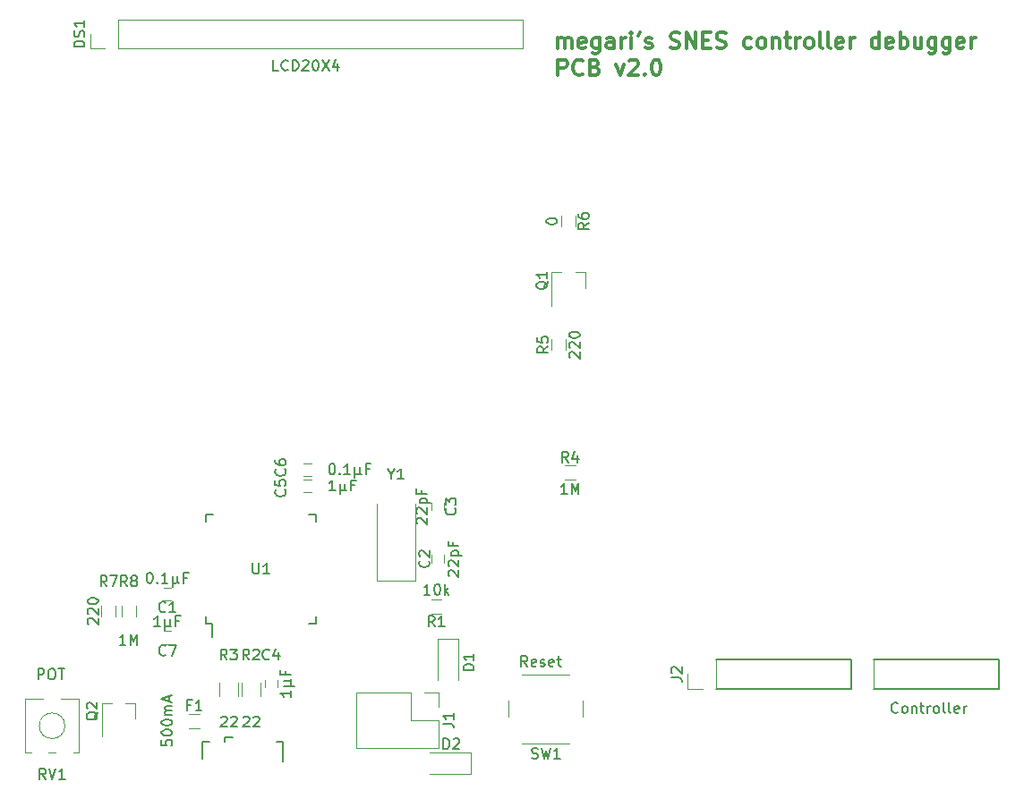
<source format=gbr>
G04 #@! TF.FileFunction,Legend,Top*
%FSLAX46Y46*%
G04 Gerber Fmt 4.6, Leading zero omitted, Abs format (unit mm)*
G04 Created by KiCad (PCBNEW 4.0.7-e2-6376~58~ubuntu16.04.1) date Wed Jan 10 16:59:47 2018*
%MOMM*%
%LPD*%
G01*
G04 APERTURE LIST*
%ADD10C,0.100000*%
%ADD11C,0.300000*%
%ADD12C,0.150000*%
%ADD13C,0.120000*%
%ADD14C,0.127000*%
G04 APERTURE END LIST*
D10*
D11*
X132857143Y-90903571D02*
X132857143Y-89903571D01*
X132857143Y-90046429D02*
X132928571Y-89975000D01*
X133071429Y-89903571D01*
X133285714Y-89903571D01*
X133428571Y-89975000D01*
X133500000Y-90117857D01*
X133500000Y-90903571D01*
X133500000Y-90117857D02*
X133571429Y-89975000D01*
X133714286Y-89903571D01*
X133928571Y-89903571D01*
X134071429Y-89975000D01*
X134142857Y-90117857D01*
X134142857Y-90903571D01*
X135428571Y-90832143D02*
X135285714Y-90903571D01*
X135000000Y-90903571D01*
X134857143Y-90832143D01*
X134785714Y-90689286D01*
X134785714Y-90117857D01*
X134857143Y-89975000D01*
X135000000Y-89903571D01*
X135285714Y-89903571D01*
X135428571Y-89975000D01*
X135500000Y-90117857D01*
X135500000Y-90260714D01*
X134785714Y-90403571D01*
X136785714Y-89903571D02*
X136785714Y-91117857D01*
X136714285Y-91260714D01*
X136642857Y-91332143D01*
X136500000Y-91403571D01*
X136285714Y-91403571D01*
X136142857Y-91332143D01*
X136785714Y-90832143D02*
X136642857Y-90903571D01*
X136357143Y-90903571D01*
X136214285Y-90832143D01*
X136142857Y-90760714D01*
X136071428Y-90617857D01*
X136071428Y-90189286D01*
X136142857Y-90046429D01*
X136214285Y-89975000D01*
X136357143Y-89903571D01*
X136642857Y-89903571D01*
X136785714Y-89975000D01*
X138142857Y-90903571D02*
X138142857Y-90117857D01*
X138071428Y-89975000D01*
X137928571Y-89903571D01*
X137642857Y-89903571D01*
X137500000Y-89975000D01*
X138142857Y-90832143D02*
X138000000Y-90903571D01*
X137642857Y-90903571D01*
X137500000Y-90832143D01*
X137428571Y-90689286D01*
X137428571Y-90546429D01*
X137500000Y-90403571D01*
X137642857Y-90332143D01*
X138000000Y-90332143D01*
X138142857Y-90260714D01*
X138857143Y-90903571D02*
X138857143Y-89903571D01*
X138857143Y-90189286D02*
X138928571Y-90046429D01*
X139000000Y-89975000D01*
X139142857Y-89903571D01*
X139285714Y-89903571D01*
X139785714Y-90903571D02*
X139785714Y-89903571D01*
X139785714Y-89403571D02*
X139714285Y-89475000D01*
X139785714Y-89546429D01*
X139857142Y-89475000D01*
X139785714Y-89403571D01*
X139785714Y-89546429D01*
X140571428Y-89403571D02*
X140428571Y-89689286D01*
X141142857Y-90832143D02*
X141285714Y-90903571D01*
X141571429Y-90903571D01*
X141714286Y-90832143D01*
X141785714Y-90689286D01*
X141785714Y-90617857D01*
X141714286Y-90475000D01*
X141571429Y-90403571D01*
X141357143Y-90403571D01*
X141214286Y-90332143D01*
X141142857Y-90189286D01*
X141142857Y-90117857D01*
X141214286Y-89975000D01*
X141357143Y-89903571D01*
X141571429Y-89903571D01*
X141714286Y-89975000D01*
X143500000Y-90832143D02*
X143714286Y-90903571D01*
X144071429Y-90903571D01*
X144214286Y-90832143D01*
X144285715Y-90760714D01*
X144357143Y-90617857D01*
X144357143Y-90475000D01*
X144285715Y-90332143D01*
X144214286Y-90260714D01*
X144071429Y-90189286D01*
X143785715Y-90117857D01*
X143642857Y-90046429D01*
X143571429Y-89975000D01*
X143500000Y-89832143D01*
X143500000Y-89689286D01*
X143571429Y-89546429D01*
X143642857Y-89475000D01*
X143785715Y-89403571D01*
X144142857Y-89403571D01*
X144357143Y-89475000D01*
X145000000Y-90903571D02*
X145000000Y-89403571D01*
X145857143Y-90903571D01*
X145857143Y-89403571D01*
X146571429Y-90117857D02*
X147071429Y-90117857D01*
X147285715Y-90903571D02*
X146571429Y-90903571D01*
X146571429Y-89403571D01*
X147285715Y-89403571D01*
X147857143Y-90832143D02*
X148071429Y-90903571D01*
X148428572Y-90903571D01*
X148571429Y-90832143D01*
X148642858Y-90760714D01*
X148714286Y-90617857D01*
X148714286Y-90475000D01*
X148642858Y-90332143D01*
X148571429Y-90260714D01*
X148428572Y-90189286D01*
X148142858Y-90117857D01*
X148000000Y-90046429D01*
X147928572Y-89975000D01*
X147857143Y-89832143D01*
X147857143Y-89689286D01*
X147928572Y-89546429D01*
X148000000Y-89475000D01*
X148142858Y-89403571D01*
X148500000Y-89403571D01*
X148714286Y-89475000D01*
X151142857Y-90832143D02*
X151000000Y-90903571D01*
X150714286Y-90903571D01*
X150571428Y-90832143D01*
X150500000Y-90760714D01*
X150428571Y-90617857D01*
X150428571Y-90189286D01*
X150500000Y-90046429D01*
X150571428Y-89975000D01*
X150714286Y-89903571D01*
X151000000Y-89903571D01*
X151142857Y-89975000D01*
X152000000Y-90903571D02*
X151857142Y-90832143D01*
X151785714Y-90760714D01*
X151714285Y-90617857D01*
X151714285Y-90189286D01*
X151785714Y-90046429D01*
X151857142Y-89975000D01*
X152000000Y-89903571D01*
X152214285Y-89903571D01*
X152357142Y-89975000D01*
X152428571Y-90046429D01*
X152500000Y-90189286D01*
X152500000Y-90617857D01*
X152428571Y-90760714D01*
X152357142Y-90832143D01*
X152214285Y-90903571D01*
X152000000Y-90903571D01*
X153142857Y-89903571D02*
X153142857Y-90903571D01*
X153142857Y-90046429D02*
X153214285Y-89975000D01*
X153357143Y-89903571D01*
X153571428Y-89903571D01*
X153714285Y-89975000D01*
X153785714Y-90117857D01*
X153785714Y-90903571D01*
X154285714Y-89903571D02*
X154857143Y-89903571D01*
X154500000Y-89403571D02*
X154500000Y-90689286D01*
X154571428Y-90832143D01*
X154714286Y-90903571D01*
X154857143Y-90903571D01*
X155357143Y-90903571D02*
X155357143Y-89903571D01*
X155357143Y-90189286D02*
X155428571Y-90046429D01*
X155500000Y-89975000D01*
X155642857Y-89903571D01*
X155785714Y-89903571D01*
X156500000Y-90903571D02*
X156357142Y-90832143D01*
X156285714Y-90760714D01*
X156214285Y-90617857D01*
X156214285Y-90189286D01*
X156285714Y-90046429D01*
X156357142Y-89975000D01*
X156500000Y-89903571D01*
X156714285Y-89903571D01*
X156857142Y-89975000D01*
X156928571Y-90046429D01*
X157000000Y-90189286D01*
X157000000Y-90617857D01*
X156928571Y-90760714D01*
X156857142Y-90832143D01*
X156714285Y-90903571D01*
X156500000Y-90903571D01*
X157857143Y-90903571D02*
X157714285Y-90832143D01*
X157642857Y-90689286D01*
X157642857Y-89403571D01*
X158642857Y-90903571D02*
X158499999Y-90832143D01*
X158428571Y-90689286D01*
X158428571Y-89403571D01*
X159785713Y-90832143D02*
X159642856Y-90903571D01*
X159357142Y-90903571D01*
X159214285Y-90832143D01*
X159142856Y-90689286D01*
X159142856Y-90117857D01*
X159214285Y-89975000D01*
X159357142Y-89903571D01*
X159642856Y-89903571D01*
X159785713Y-89975000D01*
X159857142Y-90117857D01*
X159857142Y-90260714D01*
X159142856Y-90403571D01*
X160499999Y-90903571D02*
X160499999Y-89903571D01*
X160499999Y-90189286D02*
X160571427Y-90046429D01*
X160642856Y-89975000D01*
X160785713Y-89903571D01*
X160928570Y-89903571D01*
X163214284Y-90903571D02*
X163214284Y-89403571D01*
X163214284Y-90832143D02*
X163071427Y-90903571D01*
X162785713Y-90903571D01*
X162642855Y-90832143D01*
X162571427Y-90760714D01*
X162499998Y-90617857D01*
X162499998Y-90189286D01*
X162571427Y-90046429D01*
X162642855Y-89975000D01*
X162785713Y-89903571D01*
X163071427Y-89903571D01*
X163214284Y-89975000D01*
X164499998Y-90832143D02*
X164357141Y-90903571D01*
X164071427Y-90903571D01*
X163928570Y-90832143D01*
X163857141Y-90689286D01*
X163857141Y-90117857D01*
X163928570Y-89975000D01*
X164071427Y-89903571D01*
X164357141Y-89903571D01*
X164499998Y-89975000D01*
X164571427Y-90117857D01*
X164571427Y-90260714D01*
X163857141Y-90403571D01*
X165214284Y-90903571D02*
X165214284Y-89403571D01*
X165214284Y-89975000D02*
X165357141Y-89903571D01*
X165642855Y-89903571D01*
X165785712Y-89975000D01*
X165857141Y-90046429D01*
X165928570Y-90189286D01*
X165928570Y-90617857D01*
X165857141Y-90760714D01*
X165785712Y-90832143D01*
X165642855Y-90903571D01*
X165357141Y-90903571D01*
X165214284Y-90832143D01*
X167214284Y-89903571D02*
X167214284Y-90903571D01*
X166571427Y-89903571D02*
X166571427Y-90689286D01*
X166642855Y-90832143D01*
X166785713Y-90903571D01*
X166999998Y-90903571D01*
X167142855Y-90832143D01*
X167214284Y-90760714D01*
X168571427Y-89903571D02*
X168571427Y-91117857D01*
X168499998Y-91260714D01*
X168428570Y-91332143D01*
X168285713Y-91403571D01*
X168071427Y-91403571D01*
X167928570Y-91332143D01*
X168571427Y-90832143D02*
X168428570Y-90903571D01*
X168142856Y-90903571D01*
X167999998Y-90832143D01*
X167928570Y-90760714D01*
X167857141Y-90617857D01*
X167857141Y-90189286D01*
X167928570Y-90046429D01*
X167999998Y-89975000D01*
X168142856Y-89903571D01*
X168428570Y-89903571D01*
X168571427Y-89975000D01*
X169928570Y-89903571D02*
X169928570Y-91117857D01*
X169857141Y-91260714D01*
X169785713Y-91332143D01*
X169642856Y-91403571D01*
X169428570Y-91403571D01*
X169285713Y-91332143D01*
X169928570Y-90832143D02*
X169785713Y-90903571D01*
X169499999Y-90903571D01*
X169357141Y-90832143D01*
X169285713Y-90760714D01*
X169214284Y-90617857D01*
X169214284Y-90189286D01*
X169285713Y-90046429D01*
X169357141Y-89975000D01*
X169499999Y-89903571D01*
X169785713Y-89903571D01*
X169928570Y-89975000D01*
X171214284Y-90832143D02*
X171071427Y-90903571D01*
X170785713Y-90903571D01*
X170642856Y-90832143D01*
X170571427Y-90689286D01*
X170571427Y-90117857D01*
X170642856Y-89975000D01*
X170785713Y-89903571D01*
X171071427Y-89903571D01*
X171214284Y-89975000D01*
X171285713Y-90117857D01*
X171285713Y-90260714D01*
X170571427Y-90403571D01*
X171928570Y-90903571D02*
X171928570Y-89903571D01*
X171928570Y-90189286D02*
X171999998Y-90046429D01*
X172071427Y-89975000D01*
X172214284Y-89903571D01*
X172357141Y-89903571D01*
X132857143Y-93453571D02*
X132857143Y-91953571D01*
X133428571Y-91953571D01*
X133571429Y-92025000D01*
X133642857Y-92096429D01*
X133714286Y-92239286D01*
X133714286Y-92453571D01*
X133642857Y-92596429D01*
X133571429Y-92667857D01*
X133428571Y-92739286D01*
X132857143Y-92739286D01*
X135214286Y-93310714D02*
X135142857Y-93382143D01*
X134928571Y-93453571D01*
X134785714Y-93453571D01*
X134571429Y-93382143D01*
X134428571Y-93239286D01*
X134357143Y-93096429D01*
X134285714Y-92810714D01*
X134285714Y-92596429D01*
X134357143Y-92310714D01*
X134428571Y-92167857D01*
X134571429Y-92025000D01*
X134785714Y-91953571D01*
X134928571Y-91953571D01*
X135142857Y-92025000D01*
X135214286Y-92096429D01*
X136357143Y-92667857D02*
X136571429Y-92739286D01*
X136642857Y-92810714D01*
X136714286Y-92953571D01*
X136714286Y-93167857D01*
X136642857Y-93310714D01*
X136571429Y-93382143D01*
X136428571Y-93453571D01*
X135857143Y-93453571D01*
X135857143Y-91953571D01*
X136357143Y-91953571D01*
X136500000Y-92025000D01*
X136571429Y-92096429D01*
X136642857Y-92239286D01*
X136642857Y-92382143D01*
X136571429Y-92525000D01*
X136500000Y-92596429D01*
X136357143Y-92667857D01*
X135857143Y-92667857D01*
X138357143Y-92453571D02*
X138714286Y-93453571D01*
X139071428Y-92453571D01*
X139571428Y-92096429D02*
X139642857Y-92025000D01*
X139785714Y-91953571D01*
X140142857Y-91953571D01*
X140285714Y-92025000D01*
X140357143Y-92096429D01*
X140428571Y-92239286D01*
X140428571Y-92382143D01*
X140357143Y-92596429D01*
X139500000Y-93453571D01*
X140428571Y-93453571D01*
X141071428Y-93310714D02*
X141142856Y-93382143D01*
X141071428Y-93453571D01*
X140999999Y-93382143D01*
X141071428Y-93310714D01*
X141071428Y-93453571D01*
X142071428Y-91953571D02*
X142214285Y-91953571D01*
X142357142Y-92025000D01*
X142428571Y-92096429D01*
X142500000Y-92239286D01*
X142571428Y-92525000D01*
X142571428Y-92882143D01*
X142500000Y-93167857D01*
X142428571Y-93310714D01*
X142357142Y-93382143D01*
X142214285Y-93453571D01*
X142071428Y-93453571D01*
X141928571Y-93382143D01*
X141857142Y-93310714D01*
X141785714Y-93167857D01*
X141714285Y-92882143D01*
X141714285Y-92525000D01*
X141785714Y-92239286D01*
X141857142Y-92096429D01*
X141928571Y-92025000D01*
X142071428Y-91953571D01*
D12*
X99575000Y-145325000D02*
X100150000Y-145325000D01*
X99575000Y-134975000D02*
X100250000Y-134975000D01*
X109925000Y-134975000D02*
X109250000Y-134975000D01*
X109925000Y-145325000D02*
X109250000Y-145325000D01*
X99575000Y-145325000D02*
X99575000Y-144650000D01*
X109925000Y-145325000D02*
X109925000Y-144650000D01*
X109925000Y-134975000D02*
X109925000Y-135650000D01*
X99575000Y-134975000D02*
X99575000Y-135650000D01*
X100150000Y-145325000D02*
X100150000Y-146600000D01*
D13*
X96250000Y-143150000D02*
X95550000Y-143150000D01*
X95550000Y-141950000D02*
X96250000Y-141950000D01*
X120900000Y-139550000D02*
X120900000Y-138850000D01*
X122100000Y-138850000D02*
X122100000Y-139550000D01*
X122100000Y-133900000D02*
X122100000Y-134600000D01*
X120900000Y-134600000D02*
X120900000Y-133900000D01*
X106300000Y-150650000D02*
X106300000Y-151350000D01*
X105100000Y-151350000D02*
X105100000Y-150650000D01*
X120850000Y-143020000D02*
X121850000Y-143020000D01*
X121850000Y-144380000D02*
X120850000Y-144380000D01*
X104680000Y-150950000D02*
X104680000Y-152150000D01*
X102920000Y-152150000D02*
X102920000Y-150950000D01*
X102580000Y-150950000D02*
X102580000Y-152150000D01*
X100820000Y-152150000D02*
X100820000Y-150950000D01*
X87560000Y-152440000D02*
X87560000Y-157560000D01*
X82440000Y-152440000D02*
X82440000Y-157560000D01*
X87560000Y-152440000D02*
X85830000Y-152440000D01*
X84170000Y-152440000D02*
X82440000Y-152440000D01*
X87560000Y-157560000D02*
X86980000Y-157560000D01*
X85320000Y-157560000D02*
X84680000Y-157560000D01*
X83020000Y-157560000D02*
X82440000Y-157560000D01*
X86210000Y-155000000D02*
G75*
G03X86210000Y-155000000I-1210000J0D01*
G01*
X123450000Y-146750000D02*
X121450000Y-146750000D01*
X121450000Y-146750000D02*
X121450000Y-150650000D01*
X123450000Y-146750000D02*
X123450000Y-150650000D01*
X124650000Y-159550000D02*
X124650000Y-157550000D01*
X124650000Y-157550000D02*
X120750000Y-157550000D01*
X124650000Y-159550000D02*
X120750000Y-159550000D01*
X98950000Y-155230000D02*
X97950000Y-155230000D01*
X97950000Y-153870000D02*
X98950000Y-153870000D01*
X133950000Y-150150000D02*
X129450000Y-150150000D01*
X135200000Y-154150000D02*
X135200000Y-152650000D01*
X129450000Y-156650000D02*
X133950000Y-156650000D01*
X128200000Y-152650000D02*
X128200000Y-154150000D01*
X108800000Y-131700000D02*
X109500000Y-131700000D01*
X109500000Y-132900000D02*
X108800000Y-132900000D01*
X108800000Y-130150000D02*
X109500000Y-130150000D01*
X109500000Y-131350000D02*
X108800000Y-131350000D01*
X96250000Y-147250000D02*
X95550000Y-147250000D01*
X95550000Y-146050000D02*
X96250000Y-146050000D01*
X115750000Y-134000000D02*
X115750000Y-141250000D01*
X115750000Y-141250000D02*
X119350000Y-141250000D01*
X119350000Y-141250000D02*
X119350000Y-134000000D01*
X134500000Y-131730000D02*
X133500000Y-131730000D01*
X133500000Y-130370000D02*
X134500000Y-130370000D01*
X133580000Y-118450000D02*
X133580000Y-119450000D01*
X132220000Y-119450000D02*
X132220000Y-118450000D01*
X133170000Y-107750000D02*
X133170000Y-106750000D01*
X134530000Y-106750000D02*
X134530000Y-107750000D01*
X89670000Y-144650000D02*
X89670000Y-143650000D01*
X91030000Y-143650000D02*
X91030000Y-144650000D01*
X91570000Y-144650000D02*
X91570000Y-143650000D01*
X92930000Y-143650000D02*
X92930000Y-144650000D01*
X91270000Y-90930000D02*
X129490000Y-90930000D01*
X129490000Y-90930000D02*
X129490000Y-88150000D01*
X129490000Y-88150000D02*
X91270000Y-88150000D01*
X91270000Y-88150000D02*
X91270000Y-90930000D01*
X90000000Y-90930000D02*
X88610000Y-90930000D01*
X88610000Y-90930000D02*
X88610000Y-89540000D01*
D14*
X174567000Y-151497000D02*
X174567000Y-148703000D01*
D13*
X162740000Y-148710000D02*
X162740000Y-151490000D01*
D14*
X174567000Y-148703000D02*
X162740000Y-148703000D01*
X162740000Y-151497000D02*
X174567000Y-151497000D01*
X147770000Y-151497000D02*
X160597000Y-151497000D01*
X160597000Y-151497000D02*
X160597000Y-148703000D01*
X160597000Y-148703000D02*
X147770000Y-148703000D01*
D13*
X147770000Y-148710000D02*
X147770000Y-151490000D01*
X146500000Y-151490000D02*
X145110000Y-151490000D01*
X145110000Y-151490000D02*
X145110000Y-150100000D01*
X113790000Y-151870000D02*
X113790000Y-157070000D01*
X118930000Y-151870000D02*
X113790000Y-151870000D01*
X121530000Y-157070000D02*
X113790000Y-157070000D01*
X118930000Y-151870000D02*
X118930000Y-154470000D01*
X118930000Y-154470000D02*
X121530000Y-154470000D01*
X121530000Y-154470000D02*
X121530000Y-157070000D01*
X120200000Y-151870000D02*
X121530000Y-151870000D01*
X121530000Y-151870000D02*
X121530000Y-153200000D01*
X135430000Y-112090000D02*
X134500000Y-112090000D01*
X132270000Y-112090000D02*
X133200000Y-112090000D01*
X132270000Y-112090000D02*
X132270000Y-115250000D01*
X135430000Y-112090000D02*
X135430000Y-113550000D01*
X92880000Y-152840000D02*
X91950000Y-152840000D01*
X89720000Y-152840000D02*
X90650000Y-152840000D01*
X89720000Y-152840000D02*
X89720000Y-156000000D01*
X92880000Y-152840000D02*
X92880000Y-154300000D01*
D12*
X102050000Y-156050000D02*
X101350000Y-156050000D01*
X101350000Y-156050000D02*
X101350000Y-156550000D01*
X106850000Y-158350000D02*
X106850000Y-156550000D01*
X106850000Y-156550000D02*
X106250000Y-156550000D01*
X99250000Y-158150000D02*
X99250000Y-156550000D01*
X99250000Y-156550000D02*
X99850000Y-156550000D01*
X103988095Y-139602381D02*
X103988095Y-140411905D01*
X104035714Y-140507143D01*
X104083333Y-140554762D01*
X104178571Y-140602381D01*
X104369048Y-140602381D01*
X104464286Y-140554762D01*
X104511905Y-140507143D01*
X104559524Y-140411905D01*
X104559524Y-139602381D01*
X105559524Y-140602381D02*
X104988095Y-140602381D01*
X105273809Y-140602381D02*
X105273809Y-139602381D01*
X105178571Y-139745238D01*
X105083333Y-139840476D01*
X104988095Y-139888095D01*
X95733334Y-144157143D02*
X95685715Y-144204762D01*
X95542858Y-144252381D01*
X95447620Y-144252381D01*
X95304762Y-144204762D01*
X95209524Y-144109524D01*
X95161905Y-144014286D01*
X95114286Y-143823810D01*
X95114286Y-143680952D01*
X95161905Y-143490476D01*
X95209524Y-143395238D01*
X95304762Y-143300000D01*
X95447620Y-143252381D01*
X95542858Y-143252381D01*
X95685715Y-143300000D01*
X95733334Y-143347619D01*
X96685715Y-144252381D02*
X96114286Y-144252381D01*
X96400000Y-144252381D02*
X96400000Y-143252381D01*
X96304762Y-143395238D01*
X96209524Y-143490476D01*
X96114286Y-143538095D01*
X94185714Y-140502381D02*
X94280953Y-140502381D01*
X94376191Y-140550000D01*
X94423810Y-140597619D01*
X94471429Y-140692857D01*
X94519048Y-140883333D01*
X94519048Y-141121429D01*
X94471429Y-141311905D01*
X94423810Y-141407143D01*
X94376191Y-141454762D01*
X94280953Y-141502381D01*
X94185714Y-141502381D01*
X94090476Y-141454762D01*
X94042857Y-141407143D01*
X93995238Y-141311905D01*
X93947619Y-141121429D01*
X93947619Y-140883333D01*
X93995238Y-140692857D01*
X94042857Y-140597619D01*
X94090476Y-140550000D01*
X94185714Y-140502381D01*
X94947619Y-141407143D02*
X94995238Y-141454762D01*
X94947619Y-141502381D01*
X94900000Y-141454762D01*
X94947619Y-141407143D01*
X94947619Y-141502381D01*
X95947619Y-141502381D02*
X95376190Y-141502381D01*
X95661904Y-141502381D02*
X95661904Y-140502381D01*
X95566666Y-140645238D01*
X95471428Y-140740476D01*
X95376190Y-140788095D01*
X96376190Y-140835714D02*
X96376190Y-141835714D01*
X96852381Y-141359524D02*
X96900000Y-141454762D01*
X96995238Y-141502381D01*
X96376190Y-141359524D02*
X96423809Y-141454762D01*
X96519047Y-141502381D01*
X96709524Y-141502381D01*
X96804762Y-141454762D01*
X96852381Y-141359524D01*
X96852381Y-140835714D01*
X97757143Y-140978571D02*
X97423809Y-140978571D01*
X97423809Y-141502381D02*
X97423809Y-140502381D01*
X97900000Y-140502381D01*
X120607143Y-139366666D02*
X120654762Y-139414285D01*
X120702381Y-139557142D01*
X120702381Y-139652380D01*
X120654762Y-139795238D01*
X120559524Y-139890476D01*
X120464286Y-139938095D01*
X120273810Y-139985714D01*
X120130952Y-139985714D01*
X119940476Y-139938095D01*
X119845238Y-139890476D01*
X119750000Y-139795238D01*
X119702381Y-139652380D01*
X119702381Y-139557142D01*
X119750000Y-139414285D01*
X119797619Y-139366666D01*
X119797619Y-138985714D02*
X119750000Y-138938095D01*
X119702381Y-138842857D01*
X119702381Y-138604761D01*
X119750000Y-138509523D01*
X119797619Y-138461904D01*
X119892857Y-138414285D01*
X119988095Y-138414285D01*
X120130952Y-138461904D01*
X120702381Y-139033333D01*
X120702381Y-138414285D01*
X122547619Y-140842857D02*
X122500000Y-140795238D01*
X122452381Y-140700000D01*
X122452381Y-140461904D01*
X122500000Y-140366666D01*
X122547619Y-140319047D01*
X122642857Y-140271428D01*
X122738095Y-140271428D01*
X122880952Y-140319047D01*
X123452381Y-140890476D01*
X123452381Y-140271428D01*
X122547619Y-139890476D02*
X122500000Y-139842857D01*
X122452381Y-139747619D01*
X122452381Y-139509523D01*
X122500000Y-139414285D01*
X122547619Y-139366666D01*
X122642857Y-139319047D01*
X122738095Y-139319047D01*
X122880952Y-139366666D01*
X123452381Y-139938095D01*
X123452381Y-139319047D01*
X122785714Y-138890476D02*
X123785714Y-138890476D01*
X122833333Y-138890476D02*
X122785714Y-138795238D01*
X122785714Y-138604761D01*
X122833333Y-138509523D01*
X122880952Y-138461904D01*
X122976190Y-138414285D01*
X123261905Y-138414285D01*
X123357143Y-138461904D01*
X123404762Y-138509523D01*
X123452381Y-138604761D01*
X123452381Y-138795238D01*
X123404762Y-138890476D01*
X122928571Y-137652380D02*
X122928571Y-137985714D01*
X123452381Y-137985714D02*
X122452381Y-137985714D01*
X122452381Y-137509523D01*
X123107143Y-134416666D02*
X123154762Y-134464285D01*
X123202381Y-134607142D01*
X123202381Y-134702380D01*
X123154762Y-134845238D01*
X123059524Y-134940476D01*
X122964286Y-134988095D01*
X122773810Y-135035714D01*
X122630952Y-135035714D01*
X122440476Y-134988095D01*
X122345238Y-134940476D01*
X122250000Y-134845238D01*
X122202381Y-134702380D01*
X122202381Y-134607142D01*
X122250000Y-134464285D01*
X122297619Y-134416666D01*
X122202381Y-134083333D02*
X122202381Y-133464285D01*
X122583333Y-133797619D01*
X122583333Y-133654761D01*
X122630952Y-133559523D01*
X122678571Y-133511904D01*
X122773810Y-133464285D01*
X123011905Y-133464285D01*
X123107143Y-133511904D01*
X123154762Y-133559523D01*
X123202381Y-133654761D01*
X123202381Y-133940476D01*
X123154762Y-134035714D01*
X123107143Y-134083333D01*
X119547619Y-135892857D02*
X119500000Y-135845238D01*
X119452381Y-135750000D01*
X119452381Y-135511904D01*
X119500000Y-135416666D01*
X119547619Y-135369047D01*
X119642857Y-135321428D01*
X119738095Y-135321428D01*
X119880952Y-135369047D01*
X120452381Y-135940476D01*
X120452381Y-135321428D01*
X119547619Y-134940476D02*
X119500000Y-134892857D01*
X119452381Y-134797619D01*
X119452381Y-134559523D01*
X119500000Y-134464285D01*
X119547619Y-134416666D01*
X119642857Y-134369047D01*
X119738095Y-134369047D01*
X119880952Y-134416666D01*
X120452381Y-134988095D01*
X120452381Y-134369047D01*
X119785714Y-133940476D02*
X120785714Y-133940476D01*
X119833333Y-133940476D02*
X119785714Y-133845238D01*
X119785714Y-133654761D01*
X119833333Y-133559523D01*
X119880952Y-133511904D01*
X119976190Y-133464285D01*
X120261905Y-133464285D01*
X120357143Y-133511904D01*
X120404762Y-133559523D01*
X120452381Y-133654761D01*
X120452381Y-133845238D01*
X120404762Y-133940476D01*
X119928571Y-132702380D02*
X119928571Y-133035714D01*
X120452381Y-133035714D02*
X119452381Y-133035714D01*
X119452381Y-132559523D01*
X105533334Y-148657143D02*
X105485715Y-148704762D01*
X105342858Y-148752381D01*
X105247620Y-148752381D01*
X105104762Y-148704762D01*
X105009524Y-148609524D01*
X104961905Y-148514286D01*
X104914286Y-148323810D01*
X104914286Y-148180952D01*
X104961905Y-147990476D01*
X105009524Y-147895238D01*
X105104762Y-147800000D01*
X105247620Y-147752381D01*
X105342858Y-147752381D01*
X105485715Y-147800000D01*
X105533334Y-147847619D01*
X106390477Y-148085714D02*
X106390477Y-148752381D01*
X106152381Y-147704762D02*
X105914286Y-148419048D01*
X106533334Y-148419048D01*
X107602381Y-151666666D02*
X107602381Y-152238095D01*
X107602381Y-151952381D02*
X106602381Y-151952381D01*
X106745238Y-152047619D01*
X106840476Y-152142857D01*
X106888095Y-152238095D01*
X106935714Y-151238095D02*
X107935714Y-151238095D01*
X107459524Y-150761904D02*
X107554762Y-150714285D01*
X107602381Y-150619047D01*
X107459524Y-151238095D02*
X107554762Y-151190476D01*
X107602381Y-151095238D01*
X107602381Y-150904761D01*
X107554762Y-150809523D01*
X107459524Y-150761904D01*
X106935714Y-150761904D01*
X107078571Y-149857142D02*
X107078571Y-150190476D01*
X107602381Y-150190476D02*
X106602381Y-150190476D01*
X106602381Y-149714285D01*
X121183334Y-145602381D02*
X120850000Y-145126190D01*
X120611905Y-145602381D02*
X120611905Y-144602381D01*
X120992858Y-144602381D01*
X121088096Y-144650000D01*
X121135715Y-144697619D01*
X121183334Y-144792857D01*
X121183334Y-144935714D01*
X121135715Y-145030952D01*
X121088096Y-145078571D01*
X120992858Y-145126190D01*
X120611905Y-145126190D01*
X122135715Y-145602381D02*
X121564286Y-145602381D01*
X121850000Y-145602381D02*
X121850000Y-144602381D01*
X121754762Y-144745238D01*
X121659524Y-144840476D01*
X121564286Y-144888095D01*
X120754762Y-142602381D02*
X120183333Y-142602381D01*
X120469047Y-142602381D02*
X120469047Y-141602381D01*
X120373809Y-141745238D01*
X120278571Y-141840476D01*
X120183333Y-141888095D01*
X121373809Y-141602381D02*
X121469048Y-141602381D01*
X121564286Y-141650000D01*
X121611905Y-141697619D01*
X121659524Y-141792857D01*
X121707143Y-141983333D01*
X121707143Y-142221429D01*
X121659524Y-142411905D01*
X121611905Y-142507143D01*
X121564286Y-142554762D01*
X121469048Y-142602381D01*
X121373809Y-142602381D01*
X121278571Y-142554762D01*
X121230952Y-142507143D01*
X121183333Y-142411905D01*
X121135714Y-142221429D01*
X121135714Y-141983333D01*
X121183333Y-141792857D01*
X121230952Y-141697619D01*
X121278571Y-141650000D01*
X121373809Y-141602381D01*
X122135714Y-142602381D02*
X122135714Y-141602381D01*
X122230952Y-142221429D02*
X122516667Y-142602381D01*
X122516667Y-141935714D02*
X122135714Y-142316667D01*
X103633334Y-148752381D02*
X103300000Y-148276190D01*
X103061905Y-148752381D02*
X103061905Y-147752381D01*
X103442858Y-147752381D01*
X103538096Y-147800000D01*
X103585715Y-147847619D01*
X103633334Y-147942857D01*
X103633334Y-148085714D01*
X103585715Y-148180952D01*
X103538096Y-148228571D01*
X103442858Y-148276190D01*
X103061905Y-148276190D01*
X104014286Y-147847619D02*
X104061905Y-147800000D01*
X104157143Y-147752381D01*
X104395239Y-147752381D01*
X104490477Y-147800000D01*
X104538096Y-147847619D01*
X104585715Y-147942857D01*
X104585715Y-148038095D01*
X104538096Y-148180952D01*
X103966667Y-148752381D01*
X104585715Y-148752381D01*
X103088095Y-154197619D02*
X103135714Y-154150000D01*
X103230952Y-154102381D01*
X103469048Y-154102381D01*
X103564286Y-154150000D01*
X103611905Y-154197619D01*
X103659524Y-154292857D01*
X103659524Y-154388095D01*
X103611905Y-154530952D01*
X103040476Y-155102381D01*
X103659524Y-155102381D01*
X104040476Y-154197619D02*
X104088095Y-154150000D01*
X104183333Y-154102381D01*
X104421429Y-154102381D01*
X104516667Y-154150000D01*
X104564286Y-154197619D01*
X104611905Y-154292857D01*
X104611905Y-154388095D01*
X104564286Y-154530952D01*
X103992857Y-155102381D01*
X104611905Y-155102381D01*
X101533334Y-148752381D02*
X101200000Y-148276190D01*
X100961905Y-148752381D02*
X100961905Y-147752381D01*
X101342858Y-147752381D01*
X101438096Y-147800000D01*
X101485715Y-147847619D01*
X101533334Y-147942857D01*
X101533334Y-148085714D01*
X101485715Y-148180952D01*
X101438096Y-148228571D01*
X101342858Y-148276190D01*
X100961905Y-148276190D01*
X101866667Y-147752381D02*
X102485715Y-147752381D01*
X102152381Y-148133333D01*
X102295239Y-148133333D01*
X102390477Y-148180952D01*
X102438096Y-148228571D01*
X102485715Y-148323810D01*
X102485715Y-148561905D01*
X102438096Y-148657143D01*
X102390477Y-148704762D01*
X102295239Y-148752381D01*
X102009524Y-148752381D01*
X101914286Y-148704762D01*
X101866667Y-148657143D01*
X100988095Y-154197619D02*
X101035714Y-154150000D01*
X101130952Y-154102381D01*
X101369048Y-154102381D01*
X101464286Y-154150000D01*
X101511905Y-154197619D01*
X101559524Y-154292857D01*
X101559524Y-154388095D01*
X101511905Y-154530952D01*
X100940476Y-155102381D01*
X101559524Y-155102381D01*
X101940476Y-154197619D02*
X101988095Y-154150000D01*
X102083333Y-154102381D01*
X102321429Y-154102381D01*
X102416667Y-154150000D01*
X102464286Y-154197619D01*
X102511905Y-154292857D01*
X102511905Y-154388095D01*
X102464286Y-154530952D01*
X101892857Y-155102381D01*
X102511905Y-155102381D01*
X84404762Y-160052381D02*
X84071428Y-159576190D01*
X83833333Y-160052381D02*
X83833333Y-159052381D01*
X84214286Y-159052381D01*
X84309524Y-159100000D01*
X84357143Y-159147619D01*
X84404762Y-159242857D01*
X84404762Y-159385714D01*
X84357143Y-159480952D01*
X84309524Y-159528571D01*
X84214286Y-159576190D01*
X83833333Y-159576190D01*
X84690476Y-159052381D02*
X85023809Y-160052381D01*
X85357143Y-159052381D01*
X86214286Y-160052381D02*
X85642857Y-160052381D01*
X85928571Y-160052381D02*
X85928571Y-159052381D01*
X85833333Y-159195238D01*
X85738095Y-159290476D01*
X85642857Y-159338095D01*
X83683333Y-150602381D02*
X83683333Y-149602381D01*
X84064286Y-149602381D01*
X84159524Y-149650000D01*
X84207143Y-149697619D01*
X84254762Y-149792857D01*
X84254762Y-149935714D01*
X84207143Y-150030952D01*
X84159524Y-150078571D01*
X84064286Y-150126190D01*
X83683333Y-150126190D01*
X84873809Y-149602381D02*
X85064286Y-149602381D01*
X85159524Y-149650000D01*
X85254762Y-149745238D01*
X85302381Y-149935714D01*
X85302381Y-150269048D01*
X85254762Y-150459524D01*
X85159524Y-150554762D01*
X85064286Y-150602381D01*
X84873809Y-150602381D01*
X84778571Y-150554762D01*
X84683333Y-150459524D01*
X84635714Y-150269048D01*
X84635714Y-149935714D01*
X84683333Y-149745238D01*
X84778571Y-149650000D01*
X84873809Y-149602381D01*
X85588095Y-149602381D02*
X86159524Y-149602381D01*
X85873809Y-150602381D02*
X85873809Y-149602381D01*
X124902381Y-149738095D02*
X123902381Y-149738095D01*
X123902381Y-149500000D01*
X123950000Y-149357142D01*
X124045238Y-149261904D01*
X124140476Y-149214285D01*
X124330952Y-149166666D01*
X124473810Y-149166666D01*
X124664286Y-149214285D01*
X124759524Y-149261904D01*
X124854762Y-149357142D01*
X124902381Y-149500000D01*
X124902381Y-149738095D01*
X124902381Y-148214285D02*
X124902381Y-148785714D01*
X124902381Y-148500000D02*
X123902381Y-148500000D01*
X124045238Y-148595238D01*
X124140476Y-148690476D01*
X124188095Y-148785714D01*
X122011905Y-157202381D02*
X122011905Y-156202381D01*
X122250000Y-156202381D01*
X122392858Y-156250000D01*
X122488096Y-156345238D01*
X122535715Y-156440476D01*
X122583334Y-156630952D01*
X122583334Y-156773810D01*
X122535715Y-156964286D01*
X122488096Y-157059524D01*
X122392858Y-157154762D01*
X122250000Y-157202381D01*
X122011905Y-157202381D01*
X122964286Y-156297619D02*
X123011905Y-156250000D01*
X123107143Y-156202381D01*
X123345239Y-156202381D01*
X123440477Y-156250000D01*
X123488096Y-156297619D01*
X123535715Y-156392857D01*
X123535715Y-156488095D01*
X123488096Y-156630952D01*
X122916667Y-157202381D01*
X123535715Y-157202381D01*
X98116667Y-153028571D02*
X97783333Y-153028571D01*
X97783333Y-153552381D02*
X97783333Y-152552381D01*
X98259524Y-152552381D01*
X99164286Y-153552381D02*
X98592857Y-153552381D01*
X98878571Y-153552381D02*
X98878571Y-152552381D01*
X98783333Y-152695238D01*
X98688095Y-152790476D01*
X98592857Y-152838095D01*
X95352381Y-156359523D02*
X95352381Y-156835714D01*
X95828571Y-156883333D01*
X95780952Y-156835714D01*
X95733333Y-156740476D01*
X95733333Y-156502380D01*
X95780952Y-156407142D01*
X95828571Y-156359523D01*
X95923810Y-156311904D01*
X96161905Y-156311904D01*
X96257143Y-156359523D01*
X96304762Y-156407142D01*
X96352381Y-156502380D01*
X96352381Y-156740476D01*
X96304762Y-156835714D01*
X96257143Y-156883333D01*
X95352381Y-155692857D02*
X95352381Y-155597618D01*
X95400000Y-155502380D01*
X95447619Y-155454761D01*
X95542857Y-155407142D01*
X95733333Y-155359523D01*
X95971429Y-155359523D01*
X96161905Y-155407142D01*
X96257143Y-155454761D01*
X96304762Y-155502380D01*
X96352381Y-155597618D01*
X96352381Y-155692857D01*
X96304762Y-155788095D01*
X96257143Y-155835714D01*
X96161905Y-155883333D01*
X95971429Y-155930952D01*
X95733333Y-155930952D01*
X95542857Y-155883333D01*
X95447619Y-155835714D01*
X95400000Y-155788095D01*
X95352381Y-155692857D01*
X95352381Y-154740476D02*
X95352381Y-154645237D01*
X95400000Y-154549999D01*
X95447619Y-154502380D01*
X95542857Y-154454761D01*
X95733333Y-154407142D01*
X95971429Y-154407142D01*
X96161905Y-154454761D01*
X96257143Y-154502380D01*
X96304762Y-154549999D01*
X96352381Y-154645237D01*
X96352381Y-154740476D01*
X96304762Y-154835714D01*
X96257143Y-154883333D01*
X96161905Y-154930952D01*
X95971429Y-154978571D01*
X95733333Y-154978571D01*
X95542857Y-154930952D01*
X95447619Y-154883333D01*
X95400000Y-154835714D01*
X95352381Y-154740476D01*
X96352381Y-153978571D02*
X95685714Y-153978571D01*
X95780952Y-153978571D02*
X95733333Y-153930952D01*
X95685714Y-153835714D01*
X95685714Y-153692856D01*
X95733333Y-153597618D01*
X95828571Y-153549999D01*
X96352381Y-153549999D01*
X95828571Y-153549999D02*
X95733333Y-153502380D01*
X95685714Y-153407142D01*
X95685714Y-153264285D01*
X95733333Y-153169047D01*
X95828571Y-153121428D01*
X96352381Y-153121428D01*
X96066667Y-152692857D02*
X96066667Y-152216666D01*
X96352381Y-152788095D02*
X95352381Y-152454762D01*
X96352381Y-152121428D01*
X130366667Y-158054762D02*
X130509524Y-158102381D01*
X130747620Y-158102381D01*
X130842858Y-158054762D01*
X130890477Y-158007143D01*
X130938096Y-157911905D01*
X130938096Y-157816667D01*
X130890477Y-157721429D01*
X130842858Y-157673810D01*
X130747620Y-157626190D01*
X130557143Y-157578571D01*
X130461905Y-157530952D01*
X130414286Y-157483333D01*
X130366667Y-157388095D01*
X130366667Y-157292857D01*
X130414286Y-157197619D01*
X130461905Y-157150000D01*
X130557143Y-157102381D01*
X130795239Y-157102381D01*
X130938096Y-157150000D01*
X131271429Y-157102381D02*
X131509524Y-158102381D01*
X131700001Y-157388095D01*
X131890477Y-158102381D01*
X132128572Y-157102381D01*
X133033334Y-158102381D02*
X132461905Y-158102381D01*
X132747619Y-158102381D02*
X132747619Y-157102381D01*
X132652381Y-157245238D01*
X132557143Y-157340476D01*
X132461905Y-157388095D01*
X129961905Y-149402381D02*
X129628571Y-148926190D01*
X129390476Y-149402381D02*
X129390476Y-148402381D01*
X129771429Y-148402381D01*
X129866667Y-148450000D01*
X129914286Y-148497619D01*
X129961905Y-148592857D01*
X129961905Y-148735714D01*
X129914286Y-148830952D01*
X129866667Y-148878571D01*
X129771429Y-148926190D01*
X129390476Y-148926190D01*
X130771429Y-149354762D02*
X130676191Y-149402381D01*
X130485714Y-149402381D01*
X130390476Y-149354762D01*
X130342857Y-149259524D01*
X130342857Y-148878571D01*
X130390476Y-148783333D01*
X130485714Y-148735714D01*
X130676191Y-148735714D01*
X130771429Y-148783333D01*
X130819048Y-148878571D01*
X130819048Y-148973810D01*
X130342857Y-149069048D01*
X131200000Y-149354762D02*
X131295238Y-149402381D01*
X131485714Y-149402381D01*
X131580953Y-149354762D01*
X131628572Y-149259524D01*
X131628572Y-149211905D01*
X131580953Y-149116667D01*
X131485714Y-149069048D01*
X131342857Y-149069048D01*
X131247619Y-149021429D01*
X131200000Y-148926190D01*
X131200000Y-148878571D01*
X131247619Y-148783333D01*
X131342857Y-148735714D01*
X131485714Y-148735714D01*
X131580953Y-148783333D01*
X132438096Y-149354762D02*
X132342858Y-149402381D01*
X132152381Y-149402381D01*
X132057143Y-149354762D01*
X132009524Y-149259524D01*
X132009524Y-148878571D01*
X132057143Y-148783333D01*
X132152381Y-148735714D01*
X132342858Y-148735714D01*
X132438096Y-148783333D01*
X132485715Y-148878571D01*
X132485715Y-148973810D01*
X132009524Y-149069048D01*
X132771429Y-148735714D02*
X133152381Y-148735714D01*
X132914286Y-148402381D02*
X132914286Y-149259524D01*
X132961905Y-149354762D01*
X133057143Y-149402381D01*
X133152381Y-149402381D01*
X107007143Y-132666666D02*
X107054762Y-132714285D01*
X107102381Y-132857142D01*
X107102381Y-132952380D01*
X107054762Y-133095238D01*
X106959524Y-133190476D01*
X106864286Y-133238095D01*
X106673810Y-133285714D01*
X106530952Y-133285714D01*
X106340476Y-133238095D01*
X106245238Y-133190476D01*
X106150000Y-133095238D01*
X106102381Y-132952380D01*
X106102381Y-132857142D01*
X106150000Y-132714285D01*
X106197619Y-132666666D01*
X106102381Y-131761904D02*
X106102381Y-132238095D01*
X106578571Y-132285714D01*
X106530952Y-132238095D01*
X106483333Y-132142857D01*
X106483333Y-131904761D01*
X106530952Y-131809523D01*
X106578571Y-131761904D01*
X106673810Y-131714285D01*
X106911905Y-131714285D01*
X107007143Y-131761904D01*
X107054762Y-131809523D01*
X107102381Y-131904761D01*
X107102381Y-132142857D01*
X107054762Y-132238095D01*
X107007143Y-132285714D01*
X111783334Y-132752381D02*
X111211905Y-132752381D01*
X111497619Y-132752381D02*
X111497619Y-131752381D01*
X111402381Y-131895238D01*
X111307143Y-131990476D01*
X111211905Y-132038095D01*
X112211905Y-132085714D02*
X112211905Y-133085714D01*
X112688096Y-132609524D02*
X112735715Y-132704762D01*
X112830953Y-132752381D01*
X112211905Y-132609524D02*
X112259524Y-132704762D01*
X112354762Y-132752381D01*
X112545239Y-132752381D01*
X112640477Y-132704762D01*
X112688096Y-132609524D01*
X112688096Y-132085714D01*
X113592858Y-132228571D02*
X113259524Y-132228571D01*
X113259524Y-132752381D02*
X113259524Y-131752381D01*
X113735715Y-131752381D01*
X107007143Y-130716666D02*
X107054762Y-130764285D01*
X107102381Y-130907142D01*
X107102381Y-131002380D01*
X107054762Y-131145238D01*
X106959524Y-131240476D01*
X106864286Y-131288095D01*
X106673810Y-131335714D01*
X106530952Y-131335714D01*
X106340476Y-131288095D01*
X106245238Y-131240476D01*
X106150000Y-131145238D01*
X106102381Y-131002380D01*
X106102381Y-130907142D01*
X106150000Y-130764285D01*
X106197619Y-130716666D01*
X106102381Y-129859523D02*
X106102381Y-130050000D01*
X106150000Y-130145238D01*
X106197619Y-130192857D01*
X106340476Y-130288095D01*
X106530952Y-130335714D01*
X106911905Y-130335714D01*
X107007143Y-130288095D01*
X107054762Y-130240476D01*
X107102381Y-130145238D01*
X107102381Y-129954761D01*
X107054762Y-129859523D01*
X107007143Y-129811904D01*
X106911905Y-129764285D01*
X106673810Y-129764285D01*
X106578571Y-129811904D01*
X106530952Y-129859523D01*
X106483333Y-129954761D01*
X106483333Y-130145238D01*
X106530952Y-130240476D01*
X106578571Y-130288095D01*
X106673810Y-130335714D01*
X111435714Y-130202381D02*
X111530953Y-130202381D01*
X111626191Y-130250000D01*
X111673810Y-130297619D01*
X111721429Y-130392857D01*
X111769048Y-130583333D01*
X111769048Y-130821429D01*
X111721429Y-131011905D01*
X111673810Y-131107143D01*
X111626191Y-131154762D01*
X111530953Y-131202381D01*
X111435714Y-131202381D01*
X111340476Y-131154762D01*
X111292857Y-131107143D01*
X111245238Y-131011905D01*
X111197619Y-130821429D01*
X111197619Y-130583333D01*
X111245238Y-130392857D01*
X111292857Y-130297619D01*
X111340476Y-130250000D01*
X111435714Y-130202381D01*
X112197619Y-131107143D02*
X112245238Y-131154762D01*
X112197619Y-131202381D01*
X112150000Y-131154762D01*
X112197619Y-131107143D01*
X112197619Y-131202381D01*
X113197619Y-131202381D02*
X112626190Y-131202381D01*
X112911904Y-131202381D02*
X112911904Y-130202381D01*
X112816666Y-130345238D01*
X112721428Y-130440476D01*
X112626190Y-130488095D01*
X113626190Y-130535714D02*
X113626190Y-131535714D01*
X114102381Y-131059524D02*
X114150000Y-131154762D01*
X114245238Y-131202381D01*
X113626190Y-131059524D02*
X113673809Y-131154762D01*
X113769047Y-131202381D01*
X113959524Y-131202381D01*
X114054762Y-131154762D01*
X114102381Y-131059524D01*
X114102381Y-130535714D01*
X115007143Y-130678571D02*
X114673809Y-130678571D01*
X114673809Y-131202381D02*
X114673809Y-130202381D01*
X115150000Y-130202381D01*
X95733334Y-148257143D02*
X95685715Y-148304762D01*
X95542858Y-148352381D01*
X95447620Y-148352381D01*
X95304762Y-148304762D01*
X95209524Y-148209524D01*
X95161905Y-148114286D01*
X95114286Y-147923810D01*
X95114286Y-147780952D01*
X95161905Y-147590476D01*
X95209524Y-147495238D01*
X95304762Y-147400000D01*
X95447620Y-147352381D01*
X95542858Y-147352381D01*
X95685715Y-147400000D01*
X95733334Y-147447619D01*
X96066667Y-147352381D02*
X96733334Y-147352381D01*
X96304762Y-148352381D01*
X95233334Y-145602381D02*
X94661905Y-145602381D01*
X94947619Y-145602381D02*
X94947619Y-144602381D01*
X94852381Y-144745238D01*
X94757143Y-144840476D01*
X94661905Y-144888095D01*
X95661905Y-144935714D02*
X95661905Y-145935714D01*
X96138096Y-145459524D02*
X96185715Y-145554762D01*
X96280953Y-145602381D01*
X95661905Y-145459524D02*
X95709524Y-145554762D01*
X95804762Y-145602381D01*
X95995239Y-145602381D01*
X96090477Y-145554762D01*
X96138096Y-145459524D01*
X96138096Y-144935714D01*
X97042858Y-145078571D02*
X96709524Y-145078571D01*
X96709524Y-145602381D02*
X96709524Y-144602381D01*
X97185715Y-144602381D01*
X117073809Y-131176190D02*
X117073809Y-131652381D01*
X116740476Y-130652381D02*
X117073809Y-131176190D01*
X117407143Y-130652381D01*
X118264286Y-131652381D02*
X117692857Y-131652381D01*
X117978571Y-131652381D02*
X117978571Y-130652381D01*
X117883333Y-130795238D01*
X117788095Y-130890476D01*
X117692857Y-130938095D01*
X133833334Y-130052381D02*
X133500000Y-129576190D01*
X133261905Y-130052381D02*
X133261905Y-129052381D01*
X133642858Y-129052381D01*
X133738096Y-129100000D01*
X133785715Y-129147619D01*
X133833334Y-129242857D01*
X133833334Y-129385714D01*
X133785715Y-129480952D01*
X133738096Y-129528571D01*
X133642858Y-129576190D01*
X133261905Y-129576190D01*
X134690477Y-129385714D02*
X134690477Y-130052381D01*
X134452381Y-129004762D02*
X134214286Y-129719048D01*
X134833334Y-129719048D01*
X133714286Y-133052381D02*
X133142857Y-133052381D01*
X133428571Y-133052381D02*
X133428571Y-132052381D01*
X133333333Y-132195238D01*
X133238095Y-132290476D01*
X133142857Y-132338095D01*
X134142857Y-133052381D02*
X134142857Y-132052381D01*
X134476191Y-132766667D01*
X134809524Y-132052381D01*
X134809524Y-133052381D01*
X131902381Y-119116666D02*
X131426190Y-119450000D01*
X131902381Y-119688095D02*
X130902381Y-119688095D01*
X130902381Y-119307142D01*
X130950000Y-119211904D01*
X130997619Y-119164285D01*
X131092857Y-119116666D01*
X131235714Y-119116666D01*
X131330952Y-119164285D01*
X131378571Y-119211904D01*
X131426190Y-119307142D01*
X131426190Y-119688095D01*
X130902381Y-118211904D02*
X130902381Y-118688095D01*
X131378571Y-118735714D01*
X131330952Y-118688095D01*
X131283333Y-118592857D01*
X131283333Y-118354761D01*
X131330952Y-118259523D01*
X131378571Y-118211904D01*
X131473810Y-118164285D01*
X131711905Y-118164285D01*
X131807143Y-118211904D01*
X131854762Y-118259523D01*
X131902381Y-118354761D01*
X131902381Y-118592857D01*
X131854762Y-118688095D01*
X131807143Y-118735714D01*
X133997619Y-120188095D02*
X133950000Y-120140476D01*
X133902381Y-120045238D01*
X133902381Y-119807142D01*
X133950000Y-119711904D01*
X133997619Y-119664285D01*
X134092857Y-119616666D01*
X134188095Y-119616666D01*
X134330952Y-119664285D01*
X134902381Y-120235714D01*
X134902381Y-119616666D01*
X133997619Y-119235714D02*
X133950000Y-119188095D01*
X133902381Y-119092857D01*
X133902381Y-118854761D01*
X133950000Y-118759523D01*
X133997619Y-118711904D01*
X134092857Y-118664285D01*
X134188095Y-118664285D01*
X134330952Y-118711904D01*
X134902381Y-119283333D01*
X134902381Y-118664285D01*
X133902381Y-118045238D02*
X133902381Y-117949999D01*
X133950000Y-117854761D01*
X133997619Y-117807142D01*
X134092857Y-117759523D01*
X134283333Y-117711904D01*
X134521429Y-117711904D01*
X134711905Y-117759523D01*
X134807143Y-117807142D01*
X134854762Y-117854761D01*
X134902381Y-117949999D01*
X134902381Y-118045238D01*
X134854762Y-118140476D01*
X134807143Y-118188095D01*
X134711905Y-118235714D01*
X134521429Y-118283333D01*
X134283333Y-118283333D01*
X134092857Y-118235714D01*
X133997619Y-118188095D01*
X133950000Y-118140476D01*
X133902381Y-118045238D01*
X135752381Y-107416666D02*
X135276190Y-107750000D01*
X135752381Y-107988095D02*
X134752381Y-107988095D01*
X134752381Y-107607142D01*
X134800000Y-107511904D01*
X134847619Y-107464285D01*
X134942857Y-107416666D01*
X135085714Y-107416666D01*
X135180952Y-107464285D01*
X135228571Y-107511904D01*
X135276190Y-107607142D01*
X135276190Y-107988095D01*
X134752381Y-106559523D02*
X134752381Y-106750000D01*
X134800000Y-106845238D01*
X134847619Y-106892857D01*
X134990476Y-106988095D01*
X135180952Y-107035714D01*
X135561905Y-107035714D01*
X135657143Y-106988095D01*
X135704762Y-106940476D01*
X135752381Y-106845238D01*
X135752381Y-106654761D01*
X135704762Y-106559523D01*
X135657143Y-106511904D01*
X135561905Y-106464285D01*
X135323810Y-106464285D01*
X135228571Y-106511904D01*
X135180952Y-106559523D01*
X135133333Y-106654761D01*
X135133333Y-106845238D01*
X135180952Y-106940476D01*
X135228571Y-106988095D01*
X135323810Y-107035714D01*
X131752381Y-107297619D02*
X131752381Y-107202380D01*
X131800000Y-107107142D01*
X131847619Y-107059523D01*
X131942857Y-107011904D01*
X132133333Y-106964285D01*
X132371429Y-106964285D01*
X132561905Y-107011904D01*
X132657143Y-107059523D01*
X132704762Y-107107142D01*
X132752381Y-107202380D01*
X132752381Y-107297619D01*
X132704762Y-107392857D01*
X132657143Y-107440476D01*
X132561905Y-107488095D01*
X132371429Y-107535714D01*
X132133333Y-107535714D01*
X131942857Y-107488095D01*
X131847619Y-107440476D01*
X131800000Y-107392857D01*
X131752381Y-107297619D01*
X90183334Y-141802381D02*
X89850000Y-141326190D01*
X89611905Y-141802381D02*
X89611905Y-140802381D01*
X89992858Y-140802381D01*
X90088096Y-140850000D01*
X90135715Y-140897619D01*
X90183334Y-140992857D01*
X90183334Y-141135714D01*
X90135715Y-141230952D01*
X90088096Y-141278571D01*
X89992858Y-141326190D01*
X89611905Y-141326190D01*
X90516667Y-140802381D02*
X91183334Y-140802381D01*
X90754762Y-141802381D01*
X88447619Y-145388095D02*
X88400000Y-145340476D01*
X88352381Y-145245238D01*
X88352381Y-145007142D01*
X88400000Y-144911904D01*
X88447619Y-144864285D01*
X88542857Y-144816666D01*
X88638095Y-144816666D01*
X88780952Y-144864285D01*
X89352381Y-145435714D01*
X89352381Y-144816666D01*
X88447619Y-144435714D02*
X88400000Y-144388095D01*
X88352381Y-144292857D01*
X88352381Y-144054761D01*
X88400000Y-143959523D01*
X88447619Y-143911904D01*
X88542857Y-143864285D01*
X88638095Y-143864285D01*
X88780952Y-143911904D01*
X89352381Y-144483333D01*
X89352381Y-143864285D01*
X88352381Y-143245238D02*
X88352381Y-143149999D01*
X88400000Y-143054761D01*
X88447619Y-143007142D01*
X88542857Y-142959523D01*
X88733333Y-142911904D01*
X88971429Y-142911904D01*
X89161905Y-142959523D01*
X89257143Y-143007142D01*
X89304762Y-143054761D01*
X89352381Y-143149999D01*
X89352381Y-143245238D01*
X89304762Y-143340476D01*
X89257143Y-143388095D01*
X89161905Y-143435714D01*
X88971429Y-143483333D01*
X88733333Y-143483333D01*
X88542857Y-143435714D01*
X88447619Y-143388095D01*
X88400000Y-143340476D01*
X88352381Y-143245238D01*
X92083334Y-141802381D02*
X91750000Y-141326190D01*
X91511905Y-141802381D02*
X91511905Y-140802381D01*
X91892858Y-140802381D01*
X91988096Y-140850000D01*
X92035715Y-140897619D01*
X92083334Y-140992857D01*
X92083334Y-141135714D01*
X92035715Y-141230952D01*
X91988096Y-141278571D01*
X91892858Y-141326190D01*
X91511905Y-141326190D01*
X92654762Y-141230952D02*
X92559524Y-141183333D01*
X92511905Y-141135714D01*
X92464286Y-141040476D01*
X92464286Y-140992857D01*
X92511905Y-140897619D01*
X92559524Y-140850000D01*
X92654762Y-140802381D01*
X92845239Y-140802381D01*
X92940477Y-140850000D01*
X92988096Y-140897619D01*
X93035715Y-140992857D01*
X93035715Y-141040476D01*
X92988096Y-141135714D01*
X92940477Y-141183333D01*
X92845239Y-141230952D01*
X92654762Y-141230952D01*
X92559524Y-141278571D01*
X92511905Y-141326190D01*
X92464286Y-141421429D01*
X92464286Y-141611905D01*
X92511905Y-141707143D01*
X92559524Y-141754762D01*
X92654762Y-141802381D01*
X92845239Y-141802381D01*
X92940477Y-141754762D01*
X92988096Y-141707143D01*
X93035715Y-141611905D01*
X93035715Y-141421429D01*
X92988096Y-141326190D01*
X92940477Y-141278571D01*
X92845239Y-141230952D01*
X91964286Y-147352381D02*
X91392857Y-147352381D01*
X91678571Y-147352381D02*
X91678571Y-146352381D01*
X91583333Y-146495238D01*
X91488095Y-146590476D01*
X91392857Y-146638095D01*
X92392857Y-147352381D02*
X92392857Y-146352381D01*
X92726191Y-147066667D01*
X93059524Y-146352381D01*
X93059524Y-147352381D01*
X88062381Y-90754286D02*
X87062381Y-90754286D01*
X87062381Y-90516191D01*
X87110000Y-90373333D01*
X87205238Y-90278095D01*
X87300476Y-90230476D01*
X87490952Y-90182857D01*
X87633810Y-90182857D01*
X87824286Y-90230476D01*
X87919524Y-90278095D01*
X88014762Y-90373333D01*
X88062381Y-90516191D01*
X88062381Y-90754286D01*
X88014762Y-89801905D02*
X88062381Y-89659048D01*
X88062381Y-89420952D01*
X88014762Y-89325714D01*
X87967143Y-89278095D01*
X87871905Y-89230476D01*
X87776667Y-89230476D01*
X87681429Y-89278095D01*
X87633810Y-89325714D01*
X87586190Y-89420952D01*
X87538571Y-89611429D01*
X87490952Y-89706667D01*
X87443333Y-89754286D01*
X87348095Y-89801905D01*
X87252857Y-89801905D01*
X87157619Y-89754286D01*
X87110000Y-89706667D01*
X87062381Y-89611429D01*
X87062381Y-89373333D01*
X87110000Y-89230476D01*
X88062381Y-88278095D02*
X88062381Y-88849524D01*
X88062381Y-88563810D02*
X87062381Y-88563810D01*
X87205238Y-88659048D01*
X87300476Y-88754286D01*
X87348095Y-88849524D01*
X106404762Y-92992381D02*
X105928571Y-92992381D01*
X105928571Y-91992381D01*
X107309524Y-92897143D02*
X107261905Y-92944762D01*
X107119048Y-92992381D01*
X107023810Y-92992381D01*
X106880952Y-92944762D01*
X106785714Y-92849524D01*
X106738095Y-92754286D01*
X106690476Y-92563810D01*
X106690476Y-92420952D01*
X106738095Y-92230476D01*
X106785714Y-92135238D01*
X106880952Y-92040000D01*
X107023810Y-91992381D01*
X107119048Y-91992381D01*
X107261905Y-92040000D01*
X107309524Y-92087619D01*
X107738095Y-92992381D02*
X107738095Y-91992381D01*
X107976190Y-91992381D01*
X108119048Y-92040000D01*
X108214286Y-92135238D01*
X108261905Y-92230476D01*
X108309524Y-92420952D01*
X108309524Y-92563810D01*
X108261905Y-92754286D01*
X108214286Y-92849524D01*
X108119048Y-92944762D01*
X107976190Y-92992381D01*
X107738095Y-92992381D01*
X108690476Y-92087619D02*
X108738095Y-92040000D01*
X108833333Y-91992381D01*
X109071429Y-91992381D01*
X109166667Y-92040000D01*
X109214286Y-92087619D01*
X109261905Y-92182857D01*
X109261905Y-92278095D01*
X109214286Y-92420952D01*
X108642857Y-92992381D01*
X109261905Y-92992381D01*
X109880952Y-91992381D02*
X109976191Y-91992381D01*
X110071429Y-92040000D01*
X110119048Y-92087619D01*
X110166667Y-92182857D01*
X110214286Y-92373333D01*
X110214286Y-92611429D01*
X110166667Y-92801905D01*
X110119048Y-92897143D01*
X110071429Y-92944762D01*
X109976191Y-92992381D01*
X109880952Y-92992381D01*
X109785714Y-92944762D01*
X109738095Y-92897143D01*
X109690476Y-92801905D01*
X109642857Y-92611429D01*
X109642857Y-92373333D01*
X109690476Y-92182857D01*
X109738095Y-92087619D01*
X109785714Y-92040000D01*
X109880952Y-91992381D01*
X110547619Y-91992381D02*
X111214286Y-92992381D01*
X111214286Y-91992381D02*
X110547619Y-92992381D01*
X112023810Y-92325714D02*
X112023810Y-92992381D01*
X111785714Y-91944762D02*
X111547619Y-92659048D01*
X112166667Y-92659048D01*
X143562381Y-150433333D02*
X144276667Y-150433333D01*
X144419524Y-150480953D01*
X144514762Y-150576191D01*
X144562381Y-150719048D01*
X144562381Y-150814286D01*
X143657619Y-150004762D02*
X143610000Y-149957143D01*
X143562381Y-149861905D01*
X143562381Y-149623809D01*
X143610000Y-149528571D01*
X143657619Y-149480952D01*
X143752857Y-149433333D01*
X143848095Y-149433333D01*
X143990952Y-149480952D01*
X144562381Y-150052381D01*
X144562381Y-149433333D01*
X164995237Y-153707143D02*
X164947618Y-153754762D01*
X164804761Y-153802381D01*
X164709523Y-153802381D01*
X164566665Y-153754762D01*
X164471427Y-153659524D01*
X164423808Y-153564286D01*
X164376189Y-153373810D01*
X164376189Y-153230952D01*
X164423808Y-153040476D01*
X164471427Y-152945238D01*
X164566665Y-152850000D01*
X164709523Y-152802381D01*
X164804761Y-152802381D01*
X164947618Y-152850000D01*
X164995237Y-152897619D01*
X165566665Y-153802381D02*
X165471427Y-153754762D01*
X165423808Y-153707143D01*
X165376189Y-153611905D01*
X165376189Y-153326190D01*
X165423808Y-153230952D01*
X165471427Y-153183333D01*
X165566665Y-153135714D01*
X165709523Y-153135714D01*
X165804761Y-153183333D01*
X165852380Y-153230952D01*
X165899999Y-153326190D01*
X165899999Y-153611905D01*
X165852380Y-153707143D01*
X165804761Y-153754762D01*
X165709523Y-153802381D01*
X165566665Y-153802381D01*
X166328570Y-153135714D02*
X166328570Y-153802381D01*
X166328570Y-153230952D02*
X166376189Y-153183333D01*
X166471427Y-153135714D01*
X166614285Y-153135714D01*
X166709523Y-153183333D01*
X166757142Y-153278571D01*
X166757142Y-153802381D01*
X167090475Y-153135714D02*
X167471427Y-153135714D01*
X167233332Y-152802381D02*
X167233332Y-153659524D01*
X167280951Y-153754762D01*
X167376189Y-153802381D01*
X167471427Y-153802381D01*
X167804761Y-153802381D02*
X167804761Y-153135714D01*
X167804761Y-153326190D02*
X167852380Y-153230952D01*
X167899999Y-153183333D01*
X167995237Y-153135714D01*
X168090476Y-153135714D01*
X168566666Y-153802381D02*
X168471428Y-153754762D01*
X168423809Y-153707143D01*
X168376190Y-153611905D01*
X168376190Y-153326190D01*
X168423809Y-153230952D01*
X168471428Y-153183333D01*
X168566666Y-153135714D01*
X168709524Y-153135714D01*
X168804762Y-153183333D01*
X168852381Y-153230952D01*
X168900000Y-153326190D01*
X168900000Y-153611905D01*
X168852381Y-153707143D01*
X168804762Y-153754762D01*
X168709524Y-153802381D01*
X168566666Y-153802381D01*
X169471428Y-153802381D02*
X169376190Y-153754762D01*
X169328571Y-153659524D01*
X169328571Y-152802381D01*
X169995238Y-153802381D02*
X169900000Y-153754762D01*
X169852381Y-153659524D01*
X169852381Y-152802381D01*
X170757144Y-153754762D02*
X170661906Y-153802381D01*
X170471429Y-153802381D01*
X170376191Y-153754762D01*
X170328572Y-153659524D01*
X170328572Y-153278571D01*
X170376191Y-153183333D01*
X170471429Y-153135714D01*
X170661906Y-153135714D01*
X170757144Y-153183333D01*
X170804763Y-153278571D01*
X170804763Y-153373810D01*
X170328572Y-153469048D01*
X171233334Y-153802381D02*
X171233334Y-153135714D01*
X171233334Y-153326190D02*
X171280953Y-153230952D01*
X171328572Y-153183333D01*
X171423810Y-153135714D01*
X171519049Y-153135714D01*
X121982381Y-154803333D02*
X122696667Y-154803333D01*
X122839524Y-154850953D01*
X122934762Y-154946191D01*
X122982381Y-155089048D01*
X122982381Y-155184286D01*
X122982381Y-153803333D02*
X122982381Y-154374762D01*
X122982381Y-154089048D02*
X121982381Y-154089048D01*
X122125238Y-154184286D01*
X122220476Y-154279524D01*
X122268095Y-154374762D01*
X131897619Y-112945238D02*
X131850000Y-113040476D01*
X131754762Y-113135714D01*
X131611905Y-113278571D01*
X131564286Y-113373810D01*
X131564286Y-113469048D01*
X131802381Y-113421429D02*
X131754762Y-113516667D01*
X131659524Y-113611905D01*
X131469048Y-113659524D01*
X131135714Y-113659524D01*
X130945238Y-113611905D01*
X130850000Y-113516667D01*
X130802381Y-113421429D01*
X130802381Y-113230952D01*
X130850000Y-113135714D01*
X130945238Y-113040476D01*
X131135714Y-112992857D01*
X131469048Y-112992857D01*
X131659524Y-113040476D01*
X131754762Y-113135714D01*
X131802381Y-113230952D01*
X131802381Y-113421429D01*
X131802381Y-112040476D02*
X131802381Y-112611905D01*
X131802381Y-112326191D02*
X130802381Y-112326191D01*
X130945238Y-112421429D01*
X131040476Y-112516667D01*
X131088095Y-112611905D01*
X89347619Y-153695238D02*
X89300000Y-153790476D01*
X89204762Y-153885714D01*
X89061905Y-154028571D01*
X89014286Y-154123810D01*
X89014286Y-154219048D01*
X89252381Y-154171429D02*
X89204762Y-154266667D01*
X89109524Y-154361905D01*
X88919048Y-154409524D01*
X88585714Y-154409524D01*
X88395238Y-154361905D01*
X88300000Y-154266667D01*
X88252381Y-154171429D01*
X88252381Y-153980952D01*
X88300000Y-153885714D01*
X88395238Y-153790476D01*
X88585714Y-153742857D01*
X88919048Y-153742857D01*
X89109524Y-153790476D01*
X89204762Y-153885714D01*
X89252381Y-153980952D01*
X89252381Y-154171429D01*
X88347619Y-153361905D02*
X88300000Y-153314286D01*
X88252381Y-153219048D01*
X88252381Y-152980952D01*
X88300000Y-152885714D01*
X88347619Y-152838095D01*
X88442857Y-152790476D01*
X88538095Y-152790476D01*
X88680952Y-152838095D01*
X89252381Y-153409524D01*
X89252381Y-152790476D01*
M02*

</source>
